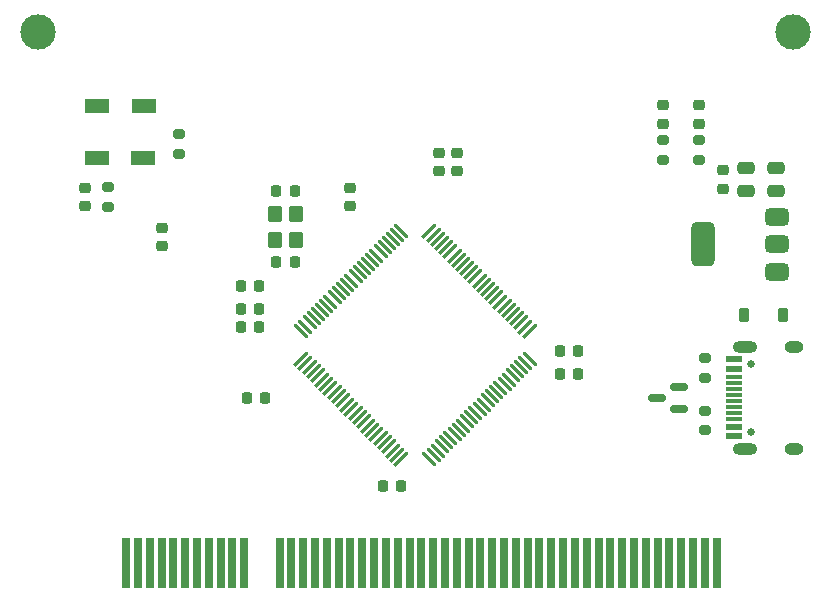
<source format=gts>
%TF.GenerationSoftware,KiCad,Pcbnew,9.0.4+dfsg-1*%
%TF.CreationDate,2025-10-04T09:30:26+08:00*%
%TF.ProjectId,stmw-mcu-stm32f407,73746d77-2d6d-4637-952d-73746d333266,a*%
%TF.SameCoordinates,Original*%
%TF.FileFunction,Soldermask,Top*%
%TF.FilePolarity,Negative*%
%FSLAX45Y45*%
G04 Gerber Fmt 4.5, Leading zero omitted, Abs format (unit mm)*
G04 Created by KiCad (PCBNEW 9.0.4+dfsg-1) date 2025-10-04 09:30:26*
%MOMM*%
%LPD*%
G01*
G04 APERTURE LIST*
G04 Aperture macros list*
%AMRoundRect*
0 Rectangle with rounded corners*
0 $1 Rounding radius*
0 $2 $3 $4 $5 $6 $7 $8 $9 X,Y pos of 4 corners*
0 Add a 4 corners polygon primitive as box body*
4,1,4,$2,$3,$4,$5,$6,$7,$8,$9,$2,$3,0*
0 Add four circle primitives for the rounded corners*
1,1,$1+$1,$2,$3*
1,1,$1+$1,$4,$5*
1,1,$1+$1,$6,$7*
1,1,$1+$1,$8,$9*
0 Add four rect primitives between the rounded corners*
20,1,$1+$1,$2,$3,$4,$5,0*
20,1,$1+$1,$4,$5,$6,$7,0*
20,1,$1+$1,$6,$7,$8,$9,0*
20,1,$1+$1,$8,$9,$2,$3,0*%
G04 Aperture macros list end*
%ADD10C,3.000000*%
%ADD11R,0.700000X4.300000*%
%ADD12C,0.650000*%
%ADD13R,1.450000X0.600000*%
%ADD14R,1.450000X0.300000*%
%ADD15O,2.100000X1.000000*%
%ADD16O,1.600000X1.000000*%
%ADD17RoundRect,0.225000X-0.225000X-0.250000X0.225000X-0.250000X0.225000X0.250000X-0.225000X0.250000X0*%
%ADD18RoundRect,0.218750X0.256250X-0.218750X0.256250X0.218750X-0.256250X0.218750X-0.256250X-0.218750X0*%
%ADD19RoundRect,0.250000X0.475000X-0.250000X0.475000X0.250000X-0.475000X0.250000X-0.475000X-0.250000X0*%
%ADD20RoundRect,0.150000X0.587500X0.150000X-0.587500X0.150000X-0.587500X-0.150000X0.587500X-0.150000X0*%
%ADD21RoundRect,0.200000X0.275000X-0.200000X0.275000X0.200000X-0.275000X0.200000X-0.275000X-0.200000X0*%
%ADD22RoundRect,0.075000X-0.565685X0.459619X0.459619X-0.565685X0.565685X-0.459619X-0.459619X0.565685X0*%
%ADD23RoundRect,0.075000X-0.565685X-0.459619X-0.459619X-0.565685X0.565685X0.459619X0.459619X0.565685X0*%
%ADD24RoundRect,0.200000X-0.275000X0.200000X-0.275000X-0.200000X0.275000X-0.200000X0.275000X0.200000X0*%
%ADD25RoundRect,0.250000X-0.350000X0.450000X-0.350000X-0.450000X0.350000X-0.450000X0.350000X0.450000X0*%
%ADD26RoundRect,0.225000X0.250000X-0.225000X0.250000X0.225000X-0.250000X0.225000X-0.250000X-0.225000X0*%
%ADD27RoundRect,0.225000X0.225000X0.250000X-0.225000X0.250000X-0.225000X-0.250000X0.225000X-0.250000X0*%
%ADD28RoundRect,0.225000X-0.250000X0.225000X-0.250000X-0.225000X0.250000X-0.225000X0.250000X0.225000X0*%
%ADD29RoundRect,0.375000X0.625000X0.375000X-0.625000X0.375000X-0.625000X-0.375000X0.625000X-0.375000X0*%
%ADD30RoundRect,0.500000X0.500000X1.400000X-0.500000X1.400000X-0.500000X-1.400000X0.500000X-1.400000X0*%
%ADD31R,2.000000X1.200000*%
%ADD32RoundRect,0.225000X0.225000X0.375000X-0.225000X0.375000X-0.225000X-0.375000X0.225000X-0.375000X0*%
%ADD33RoundRect,0.218750X-0.218750X-0.256250X0.218750X-0.256250X0.218750X0.256250X-0.218750X0.256250X0*%
G04 APERTURE END LIST*
D10*
%TO.C,J1*%
X11800000Y-7250000D03*
X18200000Y-7250000D03*
D11*
X12550000Y-11750000D03*
X12650000Y-11750000D03*
X12750000Y-11750000D03*
X12850000Y-11750000D03*
X12950000Y-11750000D03*
X13050000Y-11750000D03*
X13150000Y-11750000D03*
X13250000Y-11750000D03*
X13350000Y-11750000D03*
X13450000Y-11750000D03*
X13550000Y-11750000D03*
X13850000Y-11750000D03*
X13950000Y-11750000D03*
X14050000Y-11750000D03*
X14150000Y-11750000D03*
X14250000Y-11750000D03*
X14350000Y-11750000D03*
X14450000Y-11750000D03*
X14550000Y-11750000D03*
X14650000Y-11750000D03*
X14750000Y-11750000D03*
X14850000Y-11750000D03*
X14950000Y-11750000D03*
X15050000Y-11750000D03*
X15150000Y-11750000D03*
X15250000Y-11750000D03*
X15350000Y-11750000D03*
X15450000Y-11750000D03*
X15550000Y-11750000D03*
X15650000Y-11750000D03*
X15750000Y-11750000D03*
X15850000Y-11750000D03*
X15950000Y-11750000D03*
X16050000Y-11750000D03*
X16150000Y-11750000D03*
X16250000Y-11750000D03*
X16350000Y-11750000D03*
X16450000Y-11750000D03*
X16550000Y-11750000D03*
X16650000Y-11750000D03*
X16750000Y-11750000D03*
X16850000Y-11750000D03*
X16950000Y-11750000D03*
X17050000Y-11750000D03*
X17150000Y-11750000D03*
X17250000Y-11750000D03*
X17350000Y-11750000D03*
X17450000Y-11750000D03*
X17550000Y-11750000D03*
%TD*%
D12*
%TO.C,J2*%
X17840000Y-10639000D03*
X17840000Y-10061000D03*
D13*
X17695500Y-10675000D03*
X17695500Y-10595000D03*
D14*
X17695500Y-10475000D03*
X17695500Y-10375000D03*
X17695500Y-10325000D03*
X17695500Y-10225000D03*
D13*
X17695500Y-10105000D03*
X17695500Y-10025000D03*
X17695500Y-10025000D03*
X17695500Y-10105000D03*
D14*
X17695500Y-10175000D03*
X17695500Y-10275000D03*
X17695500Y-10425000D03*
X17695500Y-10525000D03*
D13*
X17695500Y-10595000D03*
X17695500Y-10675000D03*
D15*
X17787000Y-10782000D03*
D16*
X18205000Y-10782000D03*
D15*
X17787000Y-9918000D03*
D16*
X18205000Y-9918000D03*
%TD*%
D17*
%TO.C,C14*%
X16222500Y-10150000D03*
X16377500Y-10150000D03*
%TD*%
%TO.C,C11*%
X13822500Y-8600000D03*
X13977500Y-8600000D03*
%TD*%
D18*
%TO.C,D3*%
X17400000Y-8028750D03*
X17400000Y-7871250D03*
%TD*%
D19*
%TO.C,C1*%
X18050000Y-8595000D03*
X18050000Y-8405000D03*
%TD*%
D20*
%TO.C,D1*%
X17230250Y-10445000D03*
X17230250Y-10255000D03*
X17042750Y-10350000D03*
%TD*%
D21*
%TO.C,R1*%
X17454000Y-10623000D03*
X17454000Y-10458000D03*
%TD*%
D22*
%TO.C,U3*%
X14881560Y-8933032D03*
X14846204Y-8968387D03*
X14810849Y-9003742D03*
X14775494Y-9039098D03*
X14740138Y-9074453D03*
X14704783Y-9109808D03*
X14669428Y-9145164D03*
X14634072Y-9180519D03*
X14598717Y-9215874D03*
X14563362Y-9251230D03*
X14528006Y-9286585D03*
X14492651Y-9321940D03*
X14457295Y-9357296D03*
X14421940Y-9392651D03*
X14386585Y-9428006D03*
X14351229Y-9463362D03*
X14315874Y-9498717D03*
X14280519Y-9534072D03*
X14245163Y-9569428D03*
X14209808Y-9604783D03*
X14174453Y-9640138D03*
X14139097Y-9675494D03*
X14103742Y-9710849D03*
X14068387Y-9746204D03*
X14033031Y-9781560D03*
D23*
X14033031Y-10018440D03*
X14068387Y-10053796D03*
X14103742Y-10089151D03*
X14139097Y-10124506D03*
X14174453Y-10159862D03*
X14209808Y-10195217D03*
X14245163Y-10230572D03*
X14280519Y-10265928D03*
X14315874Y-10301283D03*
X14351229Y-10336638D03*
X14386585Y-10371994D03*
X14421940Y-10407349D03*
X14457295Y-10442705D03*
X14492651Y-10478060D03*
X14528006Y-10513415D03*
X14563362Y-10548771D03*
X14598717Y-10584126D03*
X14634072Y-10619481D03*
X14669428Y-10654837D03*
X14704783Y-10690192D03*
X14740138Y-10725547D03*
X14775494Y-10760903D03*
X14810849Y-10796258D03*
X14846204Y-10831613D03*
X14881560Y-10866969D03*
D22*
X15118440Y-10866969D03*
X15153796Y-10831613D03*
X15189151Y-10796258D03*
X15224506Y-10760903D03*
X15259862Y-10725547D03*
X15295217Y-10690192D03*
X15330572Y-10654837D03*
X15365928Y-10619481D03*
X15401283Y-10584126D03*
X15436638Y-10548771D03*
X15471994Y-10513415D03*
X15507349Y-10478060D03*
X15542704Y-10442705D03*
X15578060Y-10407349D03*
X15613415Y-10371994D03*
X15648770Y-10336638D03*
X15684126Y-10301283D03*
X15719481Y-10265928D03*
X15754836Y-10230572D03*
X15790192Y-10195217D03*
X15825547Y-10159862D03*
X15860902Y-10124506D03*
X15896258Y-10089151D03*
X15931613Y-10053796D03*
X15966968Y-10018440D03*
D23*
X15966968Y-9781560D03*
X15931613Y-9746204D03*
X15896258Y-9710849D03*
X15860902Y-9675494D03*
X15825547Y-9640138D03*
X15790192Y-9604783D03*
X15754836Y-9569428D03*
X15719481Y-9534072D03*
X15684126Y-9498717D03*
X15648770Y-9463362D03*
X15613415Y-9428006D03*
X15578060Y-9392651D03*
X15542704Y-9357296D03*
X15507349Y-9321940D03*
X15471994Y-9286585D03*
X15436638Y-9251230D03*
X15401283Y-9215874D03*
X15365928Y-9180519D03*
X15330572Y-9145164D03*
X15295217Y-9109808D03*
X15259862Y-9074453D03*
X15224506Y-9039098D03*
X15189151Y-9003742D03*
X15153796Y-8968387D03*
X15118440Y-8933032D03*
%TD*%
D21*
%TO.C,R3*%
X12400000Y-8732500D03*
X12400000Y-8567500D03*
%TD*%
D24*
%TO.C,R2*%
X17454000Y-10013500D03*
X17454000Y-10178500D03*
%TD*%
D25*
%TO.C,Y1*%
X13815000Y-8790000D03*
X13815000Y-9010000D03*
X13985000Y-9010000D03*
X13985000Y-8790000D03*
%TD*%
D24*
%TO.C,R5*%
X17400000Y-8167500D03*
X17400000Y-8332500D03*
%TD*%
D26*
%TO.C,C2*%
X14450000Y-8727500D03*
X14450000Y-8572500D03*
%TD*%
D27*
%TO.C,C9*%
X13677500Y-9600000D03*
X13522500Y-9600000D03*
%TD*%
D28*
%TO.C,C6*%
X12200000Y-8572500D03*
X12200000Y-8727500D03*
%TD*%
D24*
%TO.C,R6*%
X17100000Y-8167500D03*
X17100000Y-8332500D03*
%TD*%
D27*
%TO.C,C10*%
X13727500Y-10350000D03*
X13572500Y-10350000D03*
%TD*%
%TO.C,C13*%
X13977500Y-9200000D03*
X13822500Y-9200000D03*
%TD*%
D19*
%TO.C,C3*%
X17800000Y-8595000D03*
X17800000Y-8405000D03*
%TD*%
D29*
%TO.C,U1*%
X18065000Y-9280000D03*
X18065000Y-9050000D03*
D30*
X17435000Y-9050000D03*
D29*
X18065000Y-8820000D03*
%TD*%
D17*
%TO.C,C12*%
X14722500Y-11100000D03*
X14877500Y-11100000D03*
%TD*%
D26*
%TO.C,C7*%
X12850000Y-9067000D03*
X12850000Y-8912000D03*
%TD*%
D31*
%TO.C,SW1*%
X12305000Y-7880000D03*
X12300000Y-8320000D03*
%TD*%
D17*
%TO.C,C15*%
X16222500Y-9950000D03*
X16377500Y-9950000D03*
%TD*%
D26*
%TO.C,C16*%
X15200000Y-8427500D03*
X15200000Y-8272500D03*
%TD*%
D27*
%TO.C,C8*%
X13677500Y-9400000D03*
X13522500Y-9400000D03*
%TD*%
D26*
%TO.C,C4*%
X17600000Y-8577500D03*
X17600000Y-8422500D03*
%TD*%
D32*
%TO.C,D2*%
X18115000Y-9650000D03*
X17785000Y-9650000D03*
%TD*%
D33*
%TO.C,FB1*%
X13521250Y-9750000D03*
X13678750Y-9750000D03*
%TD*%
D21*
%TO.C,R4*%
X13000000Y-8282500D03*
X13000000Y-8117500D03*
%TD*%
D31*
%TO.C,SW2*%
X12695000Y-8320000D03*
X12700000Y-7880000D03*
%TD*%
D26*
%TO.C,C5*%
X15350000Y-8427500D03*
X15350000Y-8272500D03*
%TD*%
D18*
%TO.C,D4*%
X17100000Y-8028750D03*
X17100000Y-7871250D03*
%TD*%
M02*

</source>
